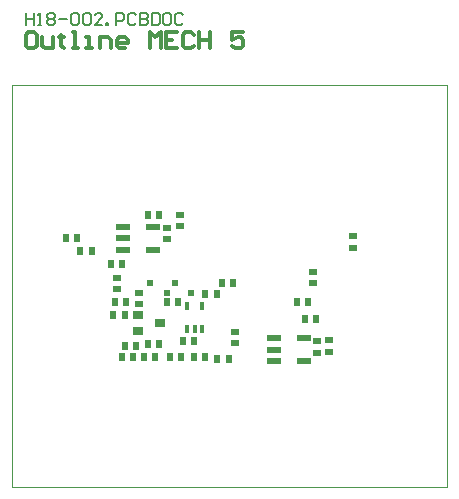
<source format=gbp>
G04 Layer_Color=128*
%FSLAX42Y42*%
%MOMM*%
G71*
G01*
G75*
%ADD11R,1.22X0.62*%
G04:AMPARAMS|DCode=19|XSize=0.57mm|YSize=0.65mm|CornerRadius=0.06mm|HoleSize=0mm|Usage=FLASHONLY|Rotation=0.000|XOffset=0mm|YOffset=0mm|HoleType=Round|Shape=RoundedRectangle|*
%AMROUNDEDRECTD19*
21,1,0.57,0.54,0,0,0.0*
21,1,0.46,0.65,0,0,0.0*
1,1,0.12,0.23,-0.27*
1,1,0.12,-0.23,-0.27*
1,1,0.12,-0.23,0.27*
1,1,0.12,0.23,0.27*
%
%ADD19ROUNDEDRECTD19*%
G04:AMPARAMS|DCode=20|XSize=0.57mm|YSize=0.65mm|CornerRadius=0.06mm|HoleSize=0mm|Usage=FLASHONLY|Rotation=90.000|XOffset=0mm|YOffset=0mm|HoleType=Round|Shape=RoundedRectangle|*
%AMROUNDEDRECTD20*
21,1,0.57,0.54,0,0,90.0*
21,1,0.46,0.65,0,0,90.0*
1,1,0.12,0.27,0.23*
1,1,0.12,0.27,-0.23*
1,1,0.12,-0.27,-0.23*
1,1,0.12,-0.27,0.23*
%
%ADD20ROUNDEDRECTD20*%
%ADD24C,0.30*%
%ADD26C,0.20*%
%ADD27C,0.10*%
%ADD40R,0.90X0.70*%
%ADD41R,0.60X0.60*%
%ADD42R,0.40X0.75*%
G54D11*
X553Y1005D02*
D03*
Y1195D02*
D03*
X807Y1005D02*
D03*
X553Y1100D02*
D03*
X807Y1195D02*
D03*
X2087Y255D02*
D03*
X1833Y160D02*
D03*
X2087Y65D02*
D03*
X1833Y255D02*
D03*
Y65D02*
D03*
G54D19*
X73Y1100D02*
D03*
X167D02*
D03*
X192Y990D02*
D03*
X288D02*
D03*
X762Y1300D02*
D03*
X857D02*
D03*
X2023Y560D02*
D03*
X2117D02*
D03*
X547Y880D02*
D03*
X453D02*
D03*
X2188Y420D02*
D03*
X2092D02*
D03*
X1352Y80D02*
D03*
X1448D02*
D03*
X732Y100D02*
D03*
X827D02*
D03*
X1348Y630D02*
D03*
X1252D02*
D03*
X1157Y228D02*
D03*
X1062D02*
D03*
X578Y560D02*
D03*
X482D02*
D03*
X1488Y720D02*
D03*
X1393D02*
D03*
X857Y210D02*
D03*
X762D02*
D03*
X1248Y100D02*
D03*
X1152D02*
D03*
X1018Y560D02*
D03*
X923D02*
D03*
X638Y100D02*
D03*
X543D02*
D03*
X1048D02*
D03*
X952D02*
D03*
X472Y450D02*
D03*
X568D02*
D03*
X668Y190D02*
D03*
X572D02*
D03*
G54D20*
X930Y1093D02*
D03*
Y1188D02*
D03*
X1040Y1202D02*
D03*
Y1298D02*
D03*
X2300Y142D02*
D03*
Y238D02*
D03*
X2200Y133D02*
D03*
Y228D02*
D03*
X2160Y818D02*
D03*
Y722D02*
D03*
X1500Y212D02*
D03*
Y308D02*
D03*
X2500Y1118D02*
D03*
Y1023D02*
D03*
X690Y638D02*
D03*
Y543D02*
D03*
X500Y672D02*
D03*
Y768D02*
D03*
G54D24*
X-200Y2850D02*
X-247D01*
X-270Y2827D01*
Y2733D01*
X-247Y2710D01*
X-200D01*
X-177Y2733D01*
Y2827D01*
X-200Y2850D01*
X-130Y2803D02*
Y2733D01*
X-107Y2710D01*
X-37D01*
Y2803D01*
X33Y2827D02*
Y2803D01*
X10D01*
X57D01*
X33D01*
Y2733D01*
X57Y2710D01*
X127D02*
X173D01*
X150D01*
Y2850D01*
X127D01*
X243Y2710D02*
X290D01*
X266D01*
Y2803D01*
X243D01*
X360Y2710D02*
Y2803D01*
X430D01*
X453Y2780D01*
Y2710D01*
X570D02*
X523D01*
X500Y2733D01*
Y2780D01*
X523Y2803D01*
X570D01*
X593Y2780D01*
Y2757D01*
X500D01*
X780Y2710D02*
Y2850D01*
X826Y2803D01*
X873Y2850D01*
Y2710D01*
X1013Y2850D02*
X920D01*
Y2710D01*
X1013D01*
X920Y2780D02*
X966D01*
X1153Y2827D02*
X1130Y2850D01*
X1083D01*
X1060Y2827D01*
Y2733D01*
X1083Y2710D01*
X1130D01*
X1153Y2733D01*
X1200Y2850D02*
Y2710D01*
Y2780D01*
X1293D01*
Y2850D01*
Y2710D01*
X1573Y2850D02*
X1479D01*
Y2780D01*
X1526Y2803D01*
X1549D01*
X1573Y2780D01*
Y2733D01*
X1549Y2710D01*
X1503D01*
X1479Y2733D01*
G54D26*
X-270Y3010D02*
Y2910D01*
Y2960D01*
X-203D01*
Y3010D01*
Y2910D01*
X-170D02*
X-137D01*
X-153D01*
Y3010D01*
X-170Y2993D01*
X-87D02*
X-70Y3010D01*
X-37D01*
X-20Y2993D01*
Y2977D01*
X-37Y2960D01*
X-20Y2943D01*
Y2927D01*
X-37Y2910D01*
X-70D01*
X-87Y2927D01*
Y2943D01*
X-70Y2960D01*
X-87Y2977D01*
Y2993D01*
X-70Y2960D02*
X-37D01*
X13D02*
X80D01*
X113Y2993D02*
X130Y3010D01*
X163D01*
X180Y2993D01*
Y2927D01*
X163Y2910D01*
X130D01*
X113Y2927D01*
Y2993D01*
X213D02*
X230Y3010D01*
X263D01*
X280Y2993D01*
Y2927D01*
X263Y2910D01*
X230D01*
X213Y2927D01*
Y2993D01*
X380Y2910D02*
X313D01*
X380Y2977D01*
Y2993D01*
X363Y3010D01*
X330D01*
X313Y2993D01*
X413Y2910D02*
Y2927D01*
X430D01*
Y2910D01*
X413D01*
X496D02*
Y3010D01*
X546D01*
X563Y2993D01*
Y2960D01*
X546Y2943D01*
X496D01*
X663Y2993D02*
X646Y3010D01*
X613D01*
X596Y2993D01*
Y2927D01*
X613Y2910D01*
X646D01*
X663Y2927D01*
X696Y3010D02*
Y2910D01*
X746D01*
X763Y2927D01*
Y2943D01*
X746Y2960D01*
X696D01*
X746D01*
X763Y2977D01*
Y2993D01*
X746Y3010D01*
X696D01*
X796D02*
Y2910D01*
X846D01*
X863Y2927D01*
Y2993D01*
X846Y3010D01*
X796D01*
X946D02*
X913D01*
X896Y2993D01*
Y2927D01*
X913Y2910D01*
X946D01*
X963Y2927D01*
Y2993D01*
X946Y3010D01*
X1063Y2993D02*
X1046Y3010D01*
X1013D01*
X996Y2993D01*
Y2927D01*
X1013Y2910D01*
X1046D01*
X1063Y2927D01*
G54D27*
X-390Y2100D02*
Y2400D01*
X3300D01*
Y-1000D02*
Y2400D01*
X-390Y-1000D02*
Y2100D01*
Y-1000D02*
X610D01*
X3300D01*
G54D40*
X680Y450D02*
D03*
Y320D02*
D03*
X870Y385D02*
D03*
G54D41*
X923Y638D02*
D03*
X1132D02*
D03*
X990Y722D02*
D03*
X780D02*
D03*
G54D42*
X1225Y526D02*
D03*
X1095D02*
D03*
Y335D02*
D03*
X1160D02*
D03*
X1225D02*
D03*
M02*

</source>
